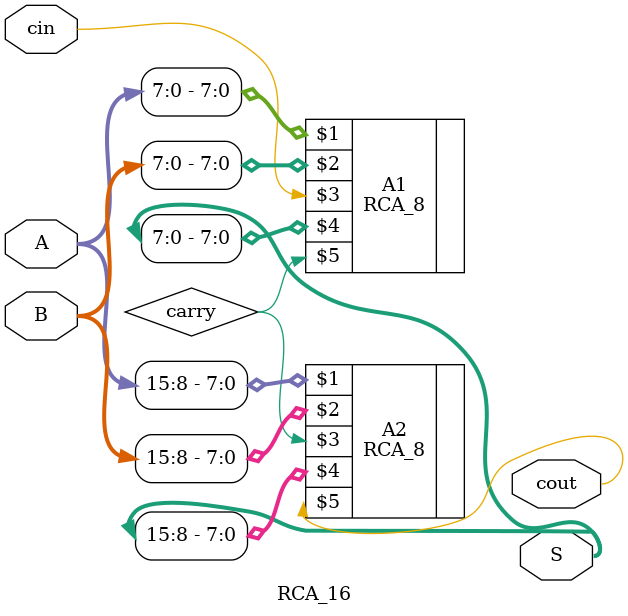
<source format=v>
`timescale 1ns / 1ps


module RCA_16(input[15:0] A, input[15:0] B, input cin, 
                    output[15:0] S, output cout);
    wire carry;                                             // carry bit used b/w 2 8-bit RCAs
    RCA_8 A1(A[7:0], B[7:0], cin, S[7:0], carry);
    RCA_8 A2(A[15:8], B[15:8], carry, S[15:8], cout);
    // S stores the 16-bit sum output, and cout stores the carry
endmodule
</source>
